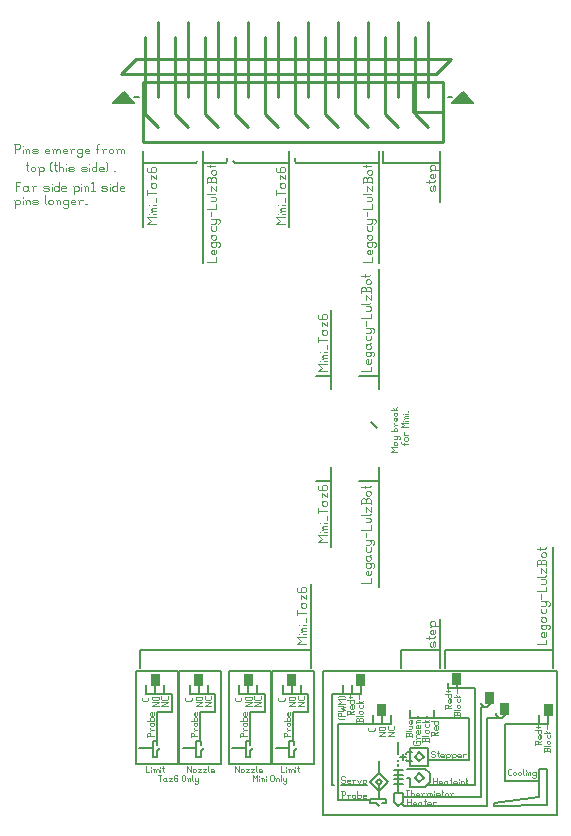
<source format=gbr>
G04 start of page 10 for group -4079 idx -4079 *
G04 Title: (unknown), topsilk *
G04 Creator: pcb 4.2.0 *
G04 CreationDate: Mon Sep 28 04:20:22 2020 UTC *
G04 For: commonadmin *
G04 Format: Gerber/RS-274X *
G04 PCB-Dimensions (mil): 2150.00 2800.00 *
G04 PCB-Coordinate-Origin: lower left *
%MOIN*%
%FSLAX25Y25*%
%LNTOPSILK*%
%ADD52C,0.0021*%
%ADD51C,0.0022*%
%ADD50C,0.0026*%
%ADD49C,0.0021*%
%ADD48C,0.0038*%
%ADD47C,0.0027*%
%ADD46C,0.0022*%
%ADD45C,0.0030*%
%ADD44C,0.0060*%
%ADD43C,0.0100*%
%ADD42C,0.0001*%
G54D42*G36*
X198500Y43500D02*Y47500D01*
X201500D01*
Y43500D01*
X198500D01*
G37*
G36*
X184000Y44000D02*Y48000D01*
X187000D01*
Y44000D01*
X184000D01*
G37*
G36*
X179000Y47500D02*Y51500D01*
X182000D01*
Y47500D01*
X179000D01*
G37*
G36*
X168000Y54000D02*Y58000D01*
X171000D01*
Y54000D01*
X168000D01*
G37*
G36*
X143000Y43500D02*Y47500D01*
X146000D01*
Y43500D01*
X143000D01*
G37*
G36*
X55000Y248000D02*X58500Y251500D01*
X62000Y248000D01*
X55000D01*
G37*
G36*
X168000D02*X171500Y251500D01*
X175000Y248000D01*
X168000D01*
G37*
G36*
X136000Y53500D02*Y57500D01*
X139000D01*
Y53500D01*
X136000D01*
G37*
G36*
X82000D02*Y57500D01*
X85000D01*
Y53500D01*
X82000D01*
G37*
G36*
X67500D02*Y57500D01*
X70500D01*
Y53500D01*
X67500D01*
G37*
G36*
X98500D02*Y57500D01*
X101500D01*
Y53500D01*
X98500D01*
G37*
G36*
X113000D02*Y57500D01*
X116000D01*
Y53500D01*
X113000D01*
G37*
G54D43*X90000Y240000D02*X85750Y244250D01*
X80000Y240000D02*X75750Y244250D01*
X90000Y250000D02*Y275000D01*
X85750Y244250D02*Y270000D01*
X80000Y250000D02*Y275000D01*
X75750Y244250D02*Y270000D01*
X70000Y250000D02*Y275000D01*
G54D44*X64000Y65500D02*Y59500D01*
G54D43*X70000Y240000D02*X65750Y244250D01*
G54D44*X65000Y228000D02*X82500D01*
X64000Y65500D02*X121000D01*
G54D43*X65750Y244250D02*Y270000D01*
X62500Y262500D02*X57500Y257500D01*
G54D44*X62000Y248000D02*X58500Y251500D01*
X63500Y250000D02*X62000D01*
X58500Y251500D02*X55000Y248000D01*
X62000D01*
X141000Y141500D02*X143000Y139500D01*
X143500Y86500D02*Y126500D01*
Y192500D02*Y152500D01*
X137000Y157000D02*X143500D01*
X122500D02*X127500D01*
Y100000D02*Y126500D01*
Y179000D02*Y152500D01*
X121000Y59500D02*Y87500D01*
X143500Y122000D02*X137000D01*
X127500D02*X122500D01*
X164000Y65500D02*X151000D01*
Y59500D01*
X164000D02*Y76000D01*
X201500Y100000D02*Y59500D01*
Y65500D02*X165500D01*
Y59500D01*
G54D43*X130000Y240000D02*X125750Y244250D01*
Y270000D01*
X120000Y250000D02*Y275000D01*
X115750Y244250D02*Y270000D01*
X110000Y250000D02*Y275000D01*
X120000Y240000D02*X115750Y244250D01*
X110000Y240000D02*X105750Y244250D01*
X100000Y240000D02*X95750Y244250D01*
G54D44*X115500Y229500D02*Y228500D01*
X116000Y228000D01*
X143500D01*
X113500D02*X95500D01*
G54D43*X145750Y244250D02*Y270000D01*
X140000Y250000D02*Y275000D01*
X135750Y244250D02*Y270000D01*
X130000Y250000D02*Y275000D01*
G54D44*X145000Y232000D02*Y228000D01*
G54D43*X160000Y250000D02*Y275000D01*
X155750Y244250D02*Y270000D01*
X150000Y250000D02*Y275000D01*
X167500Y262500D02*X162500Y257500D01*
G54D44*X175000Y248000D02*X171500Y251500D01*
X168000Y248000D01*
Y250000D02*X166500D01*
G54D43*X105750Y244250D02*Y270000D01*
X100000Y250000D02*Y275000D01*
X95750Y244250D02*Y270000D01*
X57500Y257500D02*X162500D01*
X167500Y262500D02*X62500D01*
X160000Y240000D02*X155750Y244250D01*
X150000Y240000D02*X145750Y244250D01*
X140000Y240000D02*X135750Y244250D01*
G54D44*X168000Y248000D02*X175000D01*
X145000Y228000D02*X164000D01*
Y232000D01*
Y215000D01*
X143500Y232000D02*Y194500D01*
X85000Y228000D02*X92500D01*
X93000Y228500D01*
Y229500D01*
X85000Y232000D02*Y194500D01*
X82500Y228000D02*X83000Y228500D01*
X65000Y232000D02*Y206500D01*
X95000Y228500D02*X95500Y228000D01*
X113500Y232000D02*Y206500D01*
G54D45*X137770Y158500D02*X140850D01*
Y160040D02*Y158500D01*
Y162504D02*Y161349D01*
X140465Y160964D02*X140850Y161349D01*
X139695Y160964D02*X140465D01*
X139695D02*X139310Y161349D01*
Y162119D02*Y161349D01*
Y162119D02*X139695Y162504D01*
X140080D02*Y160964D01*
X139695Y162504D02*X140080D01*
X139310Y164583D02*X139695Y164968D01*
X139310Y164583D02*Y163813D01*
X139695Y163428D02*X139310Y163813D01*
X139695Y163428D02*X140465D01*
X140850Y163813D01*
Y164583D02*Y163813D01*
Y164583D02*X140465Y164968D01*
X141620Y163428D02*X142005Y163813D01*
Y164583D02*Y163813D01*
Y164583D02*X141620Y164968D01*
X139310D02*X141620D01*
X139310Y167047D02*X139695Y167432D01*
X139310Y167047D02*Y166277D01*
X139695Y165892D02*X139310Y166277D01*
X139695Y165892D02*X140465D01*
X140850Y166277D01*
X139310Y167432D02*X140465D01*
X140850Y167817D01*
Y167047D02*Y166277D01*
Y167047D02*X140465Y167432D01*
X139310Y170281D02*Y169126D01*
X139695Y168741D02*X139310Y169126D01*
X139695Y168741D02*X140465D01*
X140850Y169126D01*
Y170281D02*Y169126D01*
X139310Y171205D02*X140465D01*
X140850Y171590D01*
X139310Y172745D02*X141620D01*
X142005Y172360D02*X141620Y172745D01*
X142005Y172360D02*Y171590D01*
X141620Y171205D02*X142005Y171590D01*
X140850Y172360D02*Y171590D01*
Y172360D02*X140465Y172745D01*
X139310Y175209D02*Y173669D01*
X137770Y176133D02*X140850D01*
Y177673D02*Y176133D01*
X139310Y178597D02*X140465D01*
X140850Y178982D01*
Y179752D02*Y178982D01*
Y179752D02*X140465Y180137D01*
X139310D02*X140465D01*
X137770Y181061D02*X140465D01*
X140850Y181446D01*
X139310Y183756D02*Y182216D01*
X140850D02*X139310Y183756D01*
X140850D02*Y182216D01*
Y186220D02*Y184680D01*
Y186220D02*X140465Y186605D01*
X139541D02*X140465D01*
X139156Y186220D02*X139541Y186605D01*
X139156Y186220D02*Y185065D01*
X137770D02*X140850D01*
X137770Y186220D02*Y184680D01*
Y186220D02*X138155Y186605D01*
X138771D01*
X139156Y186220D02*X138771Y186605D01*
X139695Y187529D02*X140465D01*
X139695D02*X139310Y187914D01*
Y188684D02*Y187914D01*
Y188684D02*X139695Y189069D01*
X140465D01*
X140850Y188684D02*X140465Y189069D01*
X140850Y188684D02*Y187914D01*
X140465Y187529D02*X140850Y187914D01*
X137770Y190378D02*X140465D01*
X140850Y190763D01*
X138925D02*Y189993D01*
X137770Y88000D02*X140850D01*
Y89540D02*Y88000D01*
Y92004D02*Y90849D01*
X140465Y90464D02*X140850Y90849D01*
X139695Y90464D02*X140465D01*
X139695D02*X139310Y90849D01*
Y91619D02*Y90849D01*
Y91619D02*X139695Y92004D01*
X140080D02*Y90464D01*
X139695Y92004D02*X140080D01*
X139310Y94083D02*X139695Y94468D01*
X139310Y94083D02*Y93313D01*
X139695Y92928D02*X139310Y93313D01*
X139695Y92928D02*X140465D01*
X140850Y93313D01*
Y94083D02*Y93313D01*
Y94083D02*X140465Y94468D01*
X141620Y92928D02*X142005Y93313D01*
Y94083D02*Y93313D01*
Y94083D02*X141620Y94468D01*
X139310D02*X141620D01*
X139310Y96547D02*X139695Y96932D01*
X139310Y96547D02*Y95777D01*
X139695Y95392D02*X139310Y95777D01*
X139695Y95392D02*X140465D01*
X140850Y95777D01*
X139310Y96932D02*X140465D01*
X140850Y97317D01*
Y96547D02*Y95777D01*
Y96547D02*X140465Y96932D01*
X139310Y99781D02*Y98626D01*
X139695Y98241D02*X139310Y98626D01*
X139695Y98241D02*X140465D01*
X140850Y98626D01*
Y99781D02*Y98626D01*
X139310Y100705D02*X140465D01*
X140850Y101090D01*
X139310Y102245D02*X141620D01*
X142005Y101860D02*X141620Y102245D01*
X142005Y101860D02*Y101090D01*
X141620Y100705D02*X142005Y101090D01*
X140850Y101860D02*Y101090D01*
Y101860D02*X140465Y102245D01*
X139310Y104709D02*Y103169D01*
X137770Y105633D02*X140850D01*
Y107173D02*Y105633D01*
X139310Y108097D02*X140465D01*
X140850Y108482D01*
Y109252D02*Y108482D01*
Y109252D02*X140465Y109637D01*
X139310D02*X140465D01*
X137770Y110561D02*X140465D01*
X140850Y110946D01*
X139310Y113256D02*Y111716D01*
X140850D02*X139310Y113256D01*
X140850D02*Y111716D01*
Y115720D02*Y114180D01*
Y115720D02*X140465Y116105D01*
X139541D02*X140465D01*
X139156Y115720D02*X139541Y116105D01*
X139156Y115720D02*Y114565D01*
X137770D02*X140850D01*
X137770Y115720D02*Y114180D01*
Y115720D02*X138155Y116105D01*
X138771D01*
X139156Y115720D02*X138771Y116105D01*
X139695Y117029D02*X140465D01*
X139695D02*X139310Y117414D01*
Y118184D02*Y117414D01*
Y118184D02*X139695Y118569D01*
X140465D01*
X140850Y118184D02*X140465Y118569D01*
X140850Y118184D02*Y117414D01*
X140465Y117029D02*X140850Y117414D01*
X137770Y119878D02*X140465D01*
X140850Y120263D01*
X138925D02*Y119493D01*
G54D46*X147540Y131500D02*X149700D01*
X147540D02*X148620Y132310D01*
X147540Y133120D01*
X149700D01*
X148620Y134578D02*X148890Y134848D01*
X148620Y134578D02*Y134038D01*
X148890Y133768D02*X148620Y134038D01*
X148890Y133768D02*X149430D01*
X149700Y134038D01*
X148620Y134848D02*X149430D01*
X149700Y135118D01*
Y134578D02*Y134038D01*
Y134578D02*X149430Y134848D01*
X148620Y135766D02*X149430D01*
X149700Y136036D01*
X148620Y136846D02*X150240D01*
X150510Y136576D02*X150240Y136846D01*
X150510Y136576D02*Y136036D01*
X150240Y135766D02*X150510Y136036D01*
X149700Y136576D02*Y136036D01*
Y136576D02*X149430Y136846D01*
X147540Y138466D02*X149700D01*
X149430D02*X149700Y138736D01*
Y139276D02*Y138736D01*
Y139276D02*X149430Y139546D01*
X148890D02*X149430D01*
X148620Y139276D02*X148890Y139546D01*
X148620Y139276D02*Y138736D01*
X148890Y138466D02*X148620Y138736D01*
X148890Y140464D02*X149700D01*
X148890D02*X148620Y140734D01*
Y141274D02*Y140734D01*
Y140194D02*X148890Y140464D01*
X149700Y143002D02*Y142192D01*
X149430Y141922D02*X149700Y142192D01*
X148890Y141922D02*X149430D01*
X148890D02*X148620Y142192D01*
Y142732D02*Y142192D01*
Y142732D02*X148890Y143002D01*
X149160D02*Y141922D01*
X148890Y143002D02*X149160D01*
X148620Y144460D02*X148890Y144730D01*
X148620Y144460D02*Y143920D01*
X148890Y143650D02*X148620Y143920D01*
X148890Y143650D02*X149430D01*
X149700Y143920D01*
X148620Y144730D02*X149430D01*
X149700Y145000D01*
Y144460D02*Y143920D01*
Y144460D02*X149430Y144730D01*
X147540Y145648D02*X149700D01*
X148890D02*X149700Y146458D01*
X148890Y145648D02*X148350Y146188D01*
X151310Y134270D02*X153200D01*
X151310D02*X151040Y134540D01*
Y134810D02*Y134540D01*
X152120D02*Y134000D01*
X152390Y135350D02*X152930D01*
X152390D02*X152120Y135620D01*
Y136160D02*Y135620D01*
Y136160D02*X152390Y136430D01*
X152930D01*
X153200Y136160D02*X152930Y136430D01*
X153200Y136160D02*Y135620D01*
X152930Y135350D02*X153200Y135620D01*
X152390Y137348D02*X153200D01*
X152390D02*X152120Y137618D01*
Y138158D02*Y137618D01*
Y137078D02*X152390Y137348D01*
X151040Y139778D02*X153200D01*
X151040D02*X152120Y140588D01*
X151040Y141398D01*
X153200D01*
G54D47*X151580Y142046D02*X151634D01*
G54D46*X152390D02*X153200D01*
X152390Y142856D02*X153200D01*
X152390D02*X152120Y143126D01*
Y143396D02*Y143126D01*
Y143396D02*X152390Y143666D01*
X153200D01*
X152120Y142586D02*X152390Y142856D01*
G54D47*X151580Y144314D02*X151634D01*
G54D46*X152390D02*X153200D01*
Y145124D02*Y144854D01*
G54D45*X123270Y101500D02*X126350D01*
X123270D02*X124810Y102655D01*
X123270Y103810D01*
X126350D01*
G54D48*X124040Y104734D02*X124117D01*
G54D45*X125195D02*X126350D01*
X125195Y105889D02*X126350D01*
X125195D02*X124810Y106274D01*
Y106659D02*Y106274D01*
Y106659D02*X125195Y107044D01*
X126350D01*
X124810Y105504D02*X125195Y105889D01*
G54D48*X124040Y107968D02*X124117D01*
G54D45*X125195D02*X126350D01*
Y110278D02*Y108738D01*
X123270Y112742D02*Y111202D01*
Y111972D02*X126350D01*
X124810Y114821D02*X125195Y115206D01*
X124810Y114821D02*Y114051D01*
X125195Y113666D02*X124810Y114051D01*
X125195Y113666D02*X125965D01*
X126350Y114051D01*
X124810Y115206D02*X125965D01*
X126350Y115591D01*
Y114821D02*Y114051D01*
Y114821D02*X125965Y115206D01*
X124810Y118055D02*Y116515D01*
X126350D02*X124810Y118055D01*
X126350D02*Y116515D01*
X123270Y120134D02*X123655Y120519D01*
X123270Y120134D02*Y119364D01*
X123655Y118979D02*X123270Y119364D01*
X123655Y118979D02*X125965D01*
X126350Y119364D01*
X124656Y120134D02*X125041Y120519D01*
X124656Y120134D02*Y118979D01*
X126350Y120134D02*Y119364D01*
Y120134D02*X125965Y120519D01*
X125041D02*X125965D01*
G54D49*X101500Y23970D02*Y21850D01*
Y23970D02*X102295Y22910D01*
X103090Y23970D01*
Y21850D01*
G54D50*X103726Y23440D02*Y23387D01*
G54D49*Y22645D02*Y21850D01*
X104521Y22645D02*Y21850D01*
Y22645D02*X104786Y22910D01*
X105051D01*
X105316Y22645D01*
Y21850D01*
X104256Y22910D02*X104521Y22645D01*
G54D50*X105952Y23440D02*Y23387D01*
G54D49*Y22645D02*Y21850D01*
X107436Y23705D02*Y22115D01*
Y23705D02*X107701Y23970D01*
X108231D01*
X108496Y23705D01*
Y22115D01*
X108231Y21850D02*X108496Y22115D01*
X107701Y21850D02*X108231D01*
X107436Y22115D02*X107701Y21850D01*
X109397Y22645D02*Y21850D01*
Y22645D02*X109662Y22910D01*
X109927D01*
X110192Y22645D01*
Y21850D01*
X109132Y22910D02*X109397Y22645D01*
X110828Y23970D02*Y22115D01*
X111093Y21850D01*
X111623Y22910D02*Y22115D01*
X111888Y21850D01*
X112683Y22910D02*Y21320D01*
X112418Y21055D02*X112683Y21320D01*
X111888Y21055D02*X112418D01*
X111623Y21320D02*X111888Y21055D01*
Y21850D02*X112418D01*
X112683Y22115D01*
G54D46*X111000Y26960D02*Y24800D01*
X112080D01*
G54D47*X112728Y26420D02*Y26366D01*
G54D46*Y25610D02*Y24800D01*
X113538Y25610D02*Y24800D01*
Y25610D02*X113808Y25880D01*
X114078D01*
X114348Y25610D01*
Y24800D01*
Y25610D02*X114618Y25880D01*
X114888D01*
X115158Y25610D01*
Y24800D01*
X113268Y25880D02*X113538Y25610D01*
G54D47*X115806Y26420D02*Y26366D01*
G54D46*Y25610D02*Y24800D01*
X116616Y26960D02*Y25070D01*
X116886Y24800D01*
X116346Y26150D02*X116886D01*
X95500Y26960D02*Y24800D01*
Y26960D02*X96850Y24800D01*
Y26960D02*Y24800D01*
X97498Y25610D02*Y25070D01*
Y25610D02*X97768Y25880D01*
X98308D01*
X98578Y25610D01*
Y25070D01*
X98308Y24800D02*X98578Y25070D01*
X97768Y24800D02*X98308D01*
X97498Y25070D02*X97768Y24800D01*
X99226Y25880D02*X100306D01*
X99226Y24800D02*X100306Y25880D01*
X99226Y24800D02*X100306D01*
X100954Y25880D02*X102034D01*
X100954Y24800D02*X102034Y25880D01*
X100954Y24800D02*X102034D01*
X102682Y26960D02*Y25070D01*
X102952Y24800D01*
X103762D02*X104572D01*
X103492Y25070D02*X103762Y24800D01*
X103492Y25610D02*Y25070D01*
Y25610D02*X103762Y25880D01*
X104302D01*
X104572Y25610D01*
X103492Y25340D02*X104572D01*
Y25610D02*Y25340D01*
G54D49*X70000Y23970D02*X71060D01*
X70530D02*Y21850D01*
X72491Y22910D02*X72756Y22645D01*
X71961Y22910D02*X72491D01*
X71696Y22645D02*X71961Y22910D01*
X71696Y22645D02*Y22115D01*
X71961Y21850D01*
X72756Y22910D02*Y22115D01*
X73021Y21850D01*
X71961D02*X72491D01*
X72756Y22115D01*
X73657Y22910D02*X74717D01*
X73657Y21850D02*X74717Y22910D01*
X73657Y21850D02*X74717D01*
X76148Y23970D02*X76413Y23705D01*
X75618Y23970D02*X76148D01*
X75353Y23705D02*X75618Y23970D01*
X75353Y23705D02*Y22115D01*
X75618Y21850D01*
X76148Y23016D02*X76413Y22751D01*
X75353Y23016D02*X76148D01*
X75618Y21850D02*X76148D01*
X76413Y22115D01*
Y22751D02*Y22115D01*
X78003Y23705D02*Y22115D01*
Y23705D02*X78268Y23970D01*
X78798D01*
X79063Y23705D01*
Y22115D01*
X78798Y21850D02*X79063Y22115D01*
X78268Y21850D02*X78798D01*
X78003Y22115D02*X78268Y21850D01*
X79964Y22645D02*Y21850D01*
Y22645D02*X80229Y22910D01*
X80494D01*
X80759Y22645D01*
Y21850D01*
X79699Y22910D02*X79964Y22645D01*
X81395Y23970D02*Y22115D01*
X81660Y21850D01*
X82190Y22910D02*Y22115D01*
X82455Y21850D01*
X83250Y22910D02*Y21320D01*
X82985Y21055D02*X83250Y21320D01*
X82455Y21055D02*X82985D01*
X82190Y21320D02*X82455Y21055D01*
Y21850D02*X82985D01*
X83250Y22115D01*
G54D46*X66000Y26960D02*Y24800D01*
X67080D01*
G54D47*X67728Y26420D02*Y26366D01*
G54D46*Y25610D02*Y24800D01*
X68538Y25610D02*Y24800D01*
Y25610D02*X68808Y25880D01*
X69078D01*
X69348Y25610D01*
Y24800D01*
Y25610D02*X69618Y25880D01*
X69888D01*
X70158Y25610D01*
Y24800D01*
X68268Y25880D02*X68538Y25610D01*
G54D47*X70806Y26420D02*Y26366D01*
G54D46*Y25610D02*Y24800D01*
X71616Y26960D02*Y25070D01*
X71886Y24800D01*
X71346Y26150D02*X71886D01*
X79500Y26960D02*Y24800D01*
Y26960D02*X80850Y24800D01*
Y26960D02*Y24800D01*
X81498Y25610D02*Y25070D01*
Y25610D02*X81768Y25880D01*
X82308D01*
X82578Y25610D01*
Y25070D01*
X82308Y24800D02*X82578Y25070D01*
X81768Y24800D02*X82308D01*
X81498Y25070D02*X81768Y24800D01*
X83226Y25880D02*X84306D01*
X83226Y24800D02*X84306Y25880D01*
X83226Y24800D02*X84306D01*
X84954Y25880D02*X86034D01*
X84954Y24800D02*X86034Y25880D01*
X84954Y24800D02*X86034D01*
X86682Y26960D02*Y25070D01*
X86952Y24800D01*
X87762D02*X88572D01*
X87492Y25070D02*X87762Y24800D01*
X87492Y25610D02*Y25070D01*
Y25610D02*X87762Y25880D01*
X88302D01*
X88572Y25610D01*
X87492Y25340D02*X88572D01*
Y25610D02*Y25340D01*
G54D45*X116270Y67500D02*X119350D01*
X116270D02*X117810Y68655D01*
X116270Y69810D01*
X119350D01*
G54D48*X117040Y70734D02*X117117D01*
G54D45*X118195D02*X119350D01*
X118195Y71889D02*X119350D01*
X118195D02*X117810Y72274D01*
Y72659D02*Y72274D01*
Y72659D02*X118195Y73044D01*
X119350D01*
X117810Y71504D02*X118195Y71889D01*
G54D48*X117040Y73968D02*X117117D01*
G54D45*X118195D02*X119350D01*
Y76278D02*Y74738D01*
X116270Y78742D02*Y77202D01*
Y77972D02*X119350D01*
X117810Y80821D02*X118195Y81206D01*
X117810Y80821D02*Y80051D01*
X118195Y79666D02*X117810Y80051D01*
X118195Y79666D02*X118965D01*
X119350Y80051D01*
X117810Y81206D02*X118965D01*
X119350Y81591D01*
Y80821D02*Y80051D01*
Y80821D02*X118965Y81206D01*
X117810Y84055D02*Y82515D01*
X119350D02*X117810Y84055D01*
X119350D02*Y82515D01*
X116270Y86134D02*X116655Y86519D01*
X116270Y86134D02*Y85364D01*
X116655Y84979D02*X116270Y85364D01*
X116655Y84979D02*X118965D01*
X119350Y85364D01*
X117656Y86134D02*X118041Y86519D01*
X117656Y86134D02*Y84979D01*
X119350Y86134D02*Y85364D01*
Y86134D02*X118965Y86519D01*
X118041D02*X118965D01*
X162300Y68020D02*Y66880D01*
Y68020D02*X161920Y68400D01*
X161540Y68020D02*X161920Y68400D01*
X161540Y68020D02*Y66880D01*
X161160Y66500D02*X161540Y66880D01*
X161160Y66500D02*X160780Y66880D01*
Y68020D02*Y66880D01*
Y68020D02*X161160Y68400D01*
X161920Y66500D02*X162300Y66880D01*
X159260Y69692D02*X161920D01*
X162300Y70072D01*
X160400D02*Y69312D01*
X162300Y72352D02*Y71212D01*
X161920Y70832D02*X162300Y71212D01*
X161160Y70832D02*X161920D01*
X161160D02*X160780Y71212D01*
Y71972D02*Y71212D01*
Y71972D02*X161160Y72352D01*
X161540D02*Y70832D01*
X161160Y72352D02*X161540D01*
X161160Y73644D02*X163440D01*
X160780Y73264D02*X161160Y73644D01*
X160780Y74024D01*
Y74784D02*Y74024D01*
Y74784D02*X161160Y75164D01*
X161920D01*
X162300Y74784D02*X161920Y75164D01*
X162300Y74784D02*Y74024D01*
X161920Y73644D02*X162300Y74024D01*
X196270Y67500D02*X199350D01*
Y69040D02*Y67500D01*
Y71504D02*Y70349D01*
X198965Y69964D02*X199350Y70349D01*
X198195Y69964D02*X198965D01*
X198195D02*X197810Y70349D01*
Y71119D02*Y70349D01*
Y71119D02*X198195Y71504D01*
X198580D02*Y69964D01*
X198195Y71504D02*X198580D01*
X197810Y73583D02*X198195Y73968D01*
X197810Y73583D02*Y72813D01*
X198195Y72428D02*X197810Y72813D01*
X198195Y72428D02*X198965D01*
X199350Y72813D01*
Y73583D02*Y72813D01*
Y73583D02*X198965Y73968D01*
X200120Y72428D02*X200505Y72813D01*
Y73583D02*Y72813D01*
Y73583D02*X200120Y73968D01*
X197810D02*X200120D01*
X197810Y76047D02*X198195Y76432D01*
X197810Y76047D02*Y75277D01*
X198195Y74892D02*X197810Y75277D01*
X198195Y74892D02*X198965D01*
X199350Y75277D01*
X197810Y76432D02*X198965D01*
X199350Y76817D01*
Y76047D02*Y75277D01*
Y76047D02*X198965Y76432D01*
X197810Y79281D02*Y78126D01*
X198195Y77741D02*X197810Y78126D01*
X198195Y77741D02*X198965D01*
X199350Y78126D01*
Y79281D02*Y78126D01*
X197810Y80205D02*X198965D01*
X199350Y80590D01*
X197810Y81745D02*X200120D01*
X200505Y81360D02*X200120Y81745D01*
X200505Y81360D02*Y80590D01*
X200120Y80205D02*X200505Y80590D01*
X199350Y81360D02*Y80590D01*
Y81360D02*X198965Y81745D01*
X197810Y84209D02*Y82669D01*
X196270Y85133D02*X199350D01*
Y86673D02*Y85133D01*
X197810Y87597D02*X198965D01*
X199350Y87982D01*
Y88752D02*Y87982D01*
Y88752D02*X198965Y89137D01*
X197810D02*X198965D01*
X196270Y90061D02*X198965D01*
X199350Y90446D01*
X197810Y92756D02*Y91216D01*
X199350D02*X197810Y92756D01*
X199350D02*Y91216D01*
Y95220D02*Y93680D01*
Y95220D02*X198965Y95605D01*
X198041D02*X198965D01*
X197656Y95220D02*X198041Y95605D01*
X197656Y95220D02*Y94065D01*
X196270D02*X199350D01*
X196270Y95220D02*Y93680D01*
Y95220D02*X196655Y95605D01*
X197271D01*
X197656Y95220D02*X197271Y95605D01*
X198195Y96529D02*X198965D01*
X198195D02*X197810Y96914D01*
Y97684D02*Y96914D01*
Y97684D02*X198195Y98069D01*
X198965D01*
X199350Y97684D02*X198965Y98069D01*
X199350Y97684D02*Y96914D01*
X198965Y96529D02*X199350Y96914D01*
X196270Y99378D02*X198965D01*
X199350Y99763D01*
X197425D02*Y98993D01*
X86270Y195000D02*X89350D01*
Y196540D02*Y195000D01*
Y199004D02*Y197849D01*
X88965Y197464D02*X89350Y197849D01*
X88195Y197464D02*X88965D01*
X88195D02*X87810Y197849D01*
Y198619D02*Y197849D01*
Y198619D02*X88195Y199004D01*
X88580D02*Y197464D01*
X88195Y199004D02*X88580D01*
X87810Y201083D02*X88195Y201468D01*
X87810Y201083D02*Y200313D01*
X88195Y199928D02*X87810Y200313D01*
X88195Y199928D02*X88965D01*
X89350Y200313D01*
Y201083D02*Y200313D01*
Y201083D02*X88965Y201468D01*
X90120Y199928D02*X90505Y200313D01*
Y201083D02*Y200313D01*
Y201083D02*X90120Y201468D01*
X87810D02*X90120D01*
X87810Y203547D02*X88195Y203932D01*
X87810Y203547D02*Y202777D01*
X88195Y202392D02*X87810Y202777D01*
X88195Y202392D02*X88965D01*
X89350Y202777D01*
X87810Y203932D02*X88965D01*
X89350Y204317D01*
Y203547D02*Y202777D01*
Y203547D02*X88965Y203932D01*
X87810Y206781D02*Y205626D01*
X88195Y205241D02*X87810Y205626D01*
X88195Y205241D02*X88965D01*
X89350Y205626D01*
Y206781D02*Y205626D01*
X87810Y207705D02*X88965D01*
X89350Y208090D01*
X87810Y209245D02*X90120D01*
X90505Y208860D02*X90120Y209245D01*
X90505Y208860D02*Y208090D01*
X90120Y207705D02*X90505Y208090D01*
X89350Y208860D02*Y208090D01*
Y208860D02*X88965Y209245D01*
X87810Y211709D02*Y210169D01*
X86270Y212633D02*X89350D01*
Y214173D02*Y212633D01*
X87810Y215097D02*X88965D01*
X89350Y215482D01*
Y216252D02*Y215482D01*
Y216252D02*X88965Y216637D01*
X87810D02*X88965D01*
X86270Y217561D02*X88965D01*
X89350Y217946D01*
X87810Y220256D02*Y218716D01*
X89350D02*X87810Y220256D01*
X89350D02*Y218716D01*
Y222720D02*Y221180D01*
Y222720D02*X88965Y223105D01*
X88041D02*X88965D01*
X87656Y222720D02*X88041Y223105D01*
X87656Y222720D02*Y221565D01*
X86270D02*X89350D01*
X86270Y222720D02*Y221180D01*
Y222720D02*X86655Y223105D01*
X87271D01*
X87656Y222720D02*X87271Y223105D01*
X88195Y224029D02*X88965D01*
X88195D02*X87810Y224414D01*
Y225184D02*Y224414D01*
Y225184D02*X88195Y225569D01*
X88965D01*
X89350Y225184D02*X88965Y225569D01*
X89350Y225184D02*Y224414D01*
X88965Y224029D02*X89350Y224414D01*
X86270Y226878D02*X88965D01*
X89350Y227263D01*
X87425D02*Y226493D01*
X66270Y207500D02*X69350D01*
X66270D02*X67810Y208655D01*
X66270Y209810D01*
X69350D01*
G54D48*X67040Y210734D02*X67117D01*
G54D45*X68195D02*X69350D01*
X68195Y211889D02*X69350D01*
X68195D02*X67810Y212274D01*
Y212659D02*Y212274D01*
Y212659D02*X68195Y213044D01*
X69350D01*
X67810Y211504D02*X68195Y211889D01*
G54D48*X67040Y213968D02*X67117D01*
G54D45*X68195D02*X69350D01*
Y216278D02*Y214738D01*
X66270Y218742D02*Y217202D01*
Y217972D02*X69350D01*
X67810Y220821D02*X68195Y221206D01*
X67810Y220821D02*Y220051D01*
X68195Y219666D02*X67810Y220051D01*
X68195Y219666D02*X68965D01*
X69350Y220051D01*
X67810Y221206D02*X68965D01*
X69350Y221591D01*
Y220821D02*Y220051D01*
Y220821D02*X68965Y221206D01*
X67810Y224055D02*Y222515D01*
X69350D02*X67810Y224055D01*
X69350D02*Y222515D01*
X66270Y226134D02*X66655Y226519D01*
X66270Y226134D02*Y225364D01*
X66655Y224979D02*X66270Y225364D01*
X66655Y224979D02*X68965D01*
X69350Y225364D01*
X67656Y226134D02*X68041Y226519D01*
X67656Y226134D02*Y224979D01*
X69350Y226134D02*Y225364D01*
Y226134D02*X68965Y226519D01*
X68041D02*X68965D01*
X22380Y234240D02*Y231200D01*
X22000Y234240D02*X23520D01*
X23900Y233860D01*
Y233100D01*
X23520Y232720D02*X23900Y233100D01*
X22380Y232720D02*X23520D01*
G54D48*X24812Y233480D02*Y233404D01*
G54D45*Y232340D02*Y231200D01*
X25952Y232340D02*Y231200D01*
Y232340D02*X26332Y232720D01*
X26712D01*
X27092Y232340D01*
Y231200D01*
X25572Y232720D02*X25952Y232340D01*
X28384Y231200D02*X29524D01*
X29904Y231580D01*
X29524Y231960D02*X29904Y231580D01*
X28384Y231960D02*X29524D01*
X28004Y232340D02*X28384Y231960D01*
X28004Y232340D02*X28384Y232720D01*
X29524D01*
X29904Y232340D01*
X28004Y231580D02*X28384Y231200D01*
X32564D02*X33704D01*
X32184Y231580D02*X32564Y231200D01*
X32184Y232340D02*Y231580D01*
Y232340D02*X32564Y232720D01*
X33324D01*
X33704Y232340D01*
X32184Y231960D02*X33704D01*
Y232340D02*Y231960D01*
X34996Y232340D02*Y231200D01*
Y232340D02*X35376Y232720D01*
X35756D01*
X36136Y232340D01*
Y231200D01*
Y232340D02*X36516Y232720D01*
X36896D01*
X37276Y232340D01*
Y231200D01*
X34616Y232720D02*X34996Y232340D01*
X38568Y231200D02*X39708D01*
X38188Y231580D02*X38568Y231200D01*
X38188Y232340D02*Y231580D01*
Y232340D02*X38568Y232720D01*
X39328D01*
X39708Y232340D01*
X38188Y231960D02*X39708D01*
Y232340D02*Y231960D01*
X41000Y232340D02*Y231200D01*
Y232340D02*X41380Y232720D01*
X42140D01*
X40620D02*X41000Y232340D01*
X44192Y232720D02*X44572Y232340D01*
X43432Y232720D02*X44192D01*
X43052Y232340D02*X43432Y232720D01*
X43052Y232340D02*Y231580D01*
X43432Y231200D01*
X44192D01*
X44572Y231580D01*
X43052Y230440D02*X43432Y230060D01*
X44192D01*
X44572Y230440D01*
Y232720D02*Y230440D01*
X45864Y231200D02*X47004D01*
X45484Y231580D02*X45864Y231200D01*
X45484Y232340D02*Y231580D01*
Y232340D02*X45864Y232720D01*
X46624D01*
X47004Y232340D01*
X45484Y231960D02*X47004D01*
Y232340D02*Y231960D01*
X49664Y233860D02*Y231200D01*
Y233860D02*X50044Y234240D01*
X50424D01*
X49284Y232720D02*X50044D01*
X51564Y232340D02*Y231200D01*
Y232340D02*X51944Y232720D01*
X52704D01*
X51184D02*X51564Y232340D01*
X53616D02*Y231580D01*
Y232340D02*X53996Y232720D01*
X54756D01*
X55136Y232340D01*
Y231580D01*
X54756Y231200D02*X55136Y231580D01*
X53996Y231200D02*X54756D01*
X53616Y231580D02*X53996Y231200D01*
X56428Y232340D02*Y231200D01*
Y232340D02*X56808Y232720D01*
X57188D01*
X57568Y232340D01*
Y231200D01*
Y232340D02*X57948Y232720D01*
X58328D01*
X58708Y232340D01*
Y231200D01*
X56048Y232720D02*X56428Y232340D01*
X26380Y228240D02*Y225580D01*
X26760Y225200D01*
X26000Y227100D02*X26760D01*
X27520Y226340D02*Y225580D01*
Y226340D02*X27900Y226720D01*
X28660D01*
X29040Y226340D01*
Y225580D01*
X28660Y225200D02*X29040Y225580D01*
X27900Y225200D02*X28660D01*
X27520Y225580D02*X27900Y225200D01*
X30332Y226340D02*Y224060D01*
X29952Y226720D02*X30332Y226340D01*
X30712Y226720D01*
X31472D01*
X31852Y226340D01*
Y225580D01*
X31472Y225200D02*X31852Y225580D01*
X30712Y225200D02*X31472D01*
X30332Y225580D02*X30712Y225200D01*
X34132Y225580D02*X34512Y225200D01*
X34132Y227860D02*X34512Y228240D01*
X34132Y227860D02*Y225580D01*
X35804Y228240D02*Y225580D01*
X36184Y225200D01*
X35424Y227100D02*X36184D01*
X36944Y228240D02*Y225200D01*
Y226340D02*X37324Y226720D01*
X38084D01*
X38464Y226340D01*
Y225200D01*
G54D48*X39376Y227480D02*Y227404D01*
G54D45*Y226340D02*Y225200D01*
X40516D02*X41656D01*
X42036Y225580D01*
X41656Y225960D02*X42036Y225580D01*
X40516Y225960D02*X41656D01*
X40136Y226340D02*X40516Y225960D01*
X40136Y226340D02*X40516Y226720D01*
X41656D01*
X42036Y226340D01*
X40136Y225580D02*X40516Y225200D01*
X44696D02*X45836D01*
X46216Y225580D01*
X45836Y225960D02*X46216Y225580D01*
X44696Y225960D02*X45836D01*
X44316Y226340D02*X44696Y225960D01*
X44316Y226340D02*X44696Y226720D01*
X45836D01*
X46216Y226340D01*
X44316Y225580D02*X44696Y225200D01*
G54D48*X47128Y227480D02*Y227404D01*
G54D45*Y226340D02*Y225200D01*
X49408Y228240D02*Y225200D01*
X49028D02*X49408Y225580D01*
X48268Y225200D02*X49028D01*
X47888Y225580D02*X48268Y225200D01*
X47888Y226340D02*Y225580D01*
Y226340D02*X48268Y226720D01*
X49028D01*
X49408Y226340D01*
X50700Y225200D02*X51840D01*
X50320Y225580D02*X50700Y225200D01*
X50320Y226340D02*Y225580D01*
Y226340D02*X50700Y226720D01*
X51460D01*
X51840Y226340D01*
X50320Y225960D02*X51840D01*
Y226340D02*Y225960D01*
X52752Y228240D02*X53132Y227860D01*
Y225580D01*
X52752Y225200D02*X53132Y225580D01*
X55412Y225200D02*X55792D01*
X22385Y215305D02*Y212995D01*
X22000Y215690D02*X22385Y215305D01*
X22770Y215690D01*
X23540D01*
X23925Y215305D01*
Y214535D01*
X23540Y214150D02*X23925Y214535D01*
X22770Y214150D02*X23540D01*
X22385Y214535D02*X22770Y214150D01*
G54D48*X24849Y216460D02*Y216383D01*
G54D45*Y215305D02*Y214150D01*
X26004Y215305D02*Y214150D01*
Y215305D02*X26389Y215690D01*
X26774D01*
X27159Y215305D01*
Y214150D01*
X25619Y215690D02*X26004Y215305D01*
X28468Y214150D02*X29623D01*
X30008Y214535D01*
X29623Y214920D02*X30008Y214535D01*
X28468Y214920D02*X29623D01*
X28083Y215305D02*X28468Y214920D01*
X28083Y215305D02*X28468Y215690D01*
X29623D01*
X30008Y215305D01*
X28083Y214535D02*X28468Y214150D01*
X32318Y217230D02*Y214535D01*
X32703Y214150D01*
X33473Y215305D02*Y214535D01*
Y215305D02*X33858Y215690D01*
X34628D01*
X35013Y215305D01*
Y214535D01*
X34628Y214150D02*X35013Y214535D01*
X33858Y214150D02*X34628D01*
X33473Y214535D02*X33858Y214150D01*
X36322Y215305D02*Y214150D01*
Y215305D02*X36707Y215690D01*
X37092D01*
X37477Y215305D01*
Y214150D01*
X35937Y215690D02*X36322Y215305D01*
X39556Y215690D02*X39941Y215305D01*
X38786Y215690D02*X39556D01*
X38401Y215305D02*X38786Y215690D01*
X38401Y215305D02*Y214535D01*
X38786Y214150D01*
X39556D01*
X39941Y214535D01*
X38401Y213380D02*X38786Y212995D01*
X39556D01*
X39941Y213380D01*
Y215690D02*Y213380D01*
X41250Y214150D02*X42405D01*
X40865Y214535D02*X41250Y214150D01*
X40865Y215305D02*Y214535D01*
Y215305D02*X41250Y215690D01*
X42020D01*
X42405Y215305D01*
X40865Y214920D02*X42405D01*
Y215305D02*Y214920D01*
X43714Y215305D02*Y214150D01*
Y215305D02*X44099Y215690D01*
X44869D01*
X43329D02*X43714Y215305D01*
X45793Y214150D02*X46178D01*
X22500Y221730D02*Y218650D01*
Y221730D02*X24040D01*
X22500Y220344D02*X23655D01*
X26119Y220190D02*X26504Y219805D01*
X25349Y220190D02*X26119D01*
X24964Y219805D02*X25349Y220190D01*
X24964Y219805D02*Y219035D01*
X25349Y218650D01*
X26504Y220190D02*Y219035D01*
X26889Y218650D01*
X25349D02*X26119D01*
X26504Y219035D01*
X28198Y219805D02*Y218650D01*
Y219805D02*X28583Y220190D01*
X29353D01*
X27813D02*X28198Y219805D01*
X32048Y218650D02*X33203D01*
X33588Y219035D01*
X33203Y219420D02*X33588Y219035D01*
X32048Y219420D02*X33203D01*
X31663Y219805D02*X32048Y219420D01*
X31663Y219805D02*X32048Y220190D01*
X33203D01*
X33588Y219805D01*
X31663Y219035D02*X32048Y218650D01*
G54D48*X34512Y220960D02*Y220883D01*
G54D45*Y219805D02*Y218650D01*
X36822Y221730D02*Y218650D01*
X36437D02*X36822Y219035D01*
X35667Y218650D02*X36437D01*
X35282Y219035D02*X35667Y218650D01*
X35282Y219805D02*Y219035D01*
Y219805D02*X35667Y220190D01*
X36437D01*
X36822Y219805D01*
X38131Y218650D02*X39286D01*
X37746Y219035D02*X38131Y218650D01*
X37746Y219805D02*Y219035D01*
Y219805D02*X38131Y220190D01*
X38901D01*
X39286Y219805D01*
X37746Y219420D02*X39286D01*
Y219805D02*Y219420D01*
X41981Y219805D02*Y217495D01*
X41596Y220190D02*X41981Y219805D01*
X42366Y220190D01*
X43136D01*
X43521Y219805D01*
Y219035D01*
X43136Y218650D02*X43521Y219035D01*
X42366Y218650D02*X43136D01*
X41981Y219035D02*X42366Y218650D01*
G54D48*X44445Y220960D02*Y220883D01*
G54D45*Y219805D02*Y218650D01*
X45600Y219805D02*Y218650D01*
Y219805D02*X45985Y220190D01*
X46370D01*
X46755Y219805D01*
Y218650D01*
X45215Y220190D02*X45600Y219805D01*
X47679Y221114D02*X48295Y221730D01*
Y218650D01*
X47679D02*X48834D01*
X51529D02*X52684D01*
X53069Y219035D01*
X52684Y219420D02*X53069Y219035D01*
X51529Y219420D02*X52684D01*
X51144Y219805D02*X51529Y219420D01*
X51144Y219805D02*X51529Y220190D01*
X52684D01*
X53069Y219805D01*
X51144Y219035D02*X51529Y218650D01*
G54D48*X53993Y220960D02*Y220883D01*
G54D45*Y219805D02*Y218650D01*
X56303Y221730D02*Y218650D01*
X55918D02*X56303Y219035D01*
X55148Y218650D02*X55918D01*
X54763Y219035D02*X55148Y218650D01*
X54763Y219805D02*Y219035D01*
Y219805D02*X55148Y220190D01*
X55918D01*
X56303Y219805D01*
X57612Y218650D02*X58767D01*
X57227Y219035D02*X57612Y218650D01*
X57227Y219805D02*Y219035D01*
Y219805D02*X57612Y220190D01*
X58382D01*
X58767Y219805D01*
X57227Y219420D02*X58767D01*
Y219805D02*Y219420D01*
X162300Y220020D02*Y218880D01*
Y220020D02*X161920Y220400D01*
X161540Y220020D02*X161920Y220400D01*
X161540Y220020D02*Y218880D01*
X161160Y218500D02*X161540Y218880D01*
X161160Y218500D02*X160780Y218880D01*
Y220020D02*Y218880D01*
Y220020D02*X161160Y220400D01*
X161920Y218500D02*X162300Y218880D01*
X159260Y221692D02*X161920D01*
X162300Y222072D01*
X160400D02*Y221312D01*
X162300Y224352D02*Y223212D01*
X161920Y222832D02*X162300Y223212D01*
X161160Y222832D02*X161920D01*
X161160D02*X160780Y223212D01*
Y223972D02*Y223212D01*
Y223972D02*X161160Y224352D01*
X161540D02*Y222832D01*
X161160Y224352D02*X161540D01*
X161160Y225644D02*X163440D01*
X160780Y225264D02*X161160Y225644D01*
X160780Y226024D01*
Y226784D02*Y226024D01*
Y226784D02*X161160Y227164D01*
X161920D01*
X162300Y226784D02*X161920Y227164D01*
X162300Y226784D02*Y226024D01*
X161920Y225644D02*X162300Y226024D01*
X138270Y195000D02*X141350D01*
Y196540D02*Y195000D01*
Y199004D02*Y197849D01*
X140965Y197464D02*X141350Y197849D01*
X140195Y197464D02*X140965D01*
X140195D02*X139810Y197849D01*
Y198619D02*Y197849D01*
Y198619D02*X140195Y199004D01*
X140580D02*Y197464D01*
X140195Y199004D02*X140580D01*
X139810Y201083D02*X140195Y201468D01*
X139810Y201083D02*Y200313D01*
X140195Y199928D02*X139810Y200313D01*
X140195Y199928D02*X140965D01*
X141350Y200313D01*
Y201083D02*Y200313D01*
Y201083D02*X140965Y201468D01*
X142120Y199928D02*X142505Y200313D01*
Y201083D02*Y200313D01*
Y201083D02*X142120Y201468D01*
X139810D02*X142120D01*
X139810Y203547D02*X140195Y203932D01*
X139810Y203547D02*Y202777D01*
X140195Y202392D02*X139810Y202777D01*
X140195Y202392D02*X140965D01*
X141350Y202777D01*
X139810Y203932D02*X140965D01*
X141350Y204317D01*
Y203547D02*Y202777D01*
Y203547D02*X140965Y203932D01*
X139810Y206781D02*Y205626D01*
X140195Y205241D02*X139810Y205626D01*
X140195Y205241D02*X140965D01*
X141350Y205626D01*
Y206781D02*Y205626D01*
X139810Y207705D02*X140965D01*
X141350Y208090D01*
X139810Y209245D02*X142120D01*
X142505Y208860D02*X142120Y209245D01*
X142505Y208860D02*Y208090D01*
X142120Y207705D02*X142505Y208090D01*
X141350Y208860D02*Y208090D01*
Y208860D02*X140965Y209245D01*
X139810Y211709D02*Y210169D01*
X138270Y212633D02*X141350D01*
Y214173D02*Y212633D01*
X139810Y215097D02*X140965D01*
X141350Y215482D01*
Y216252D02*Y215482D01*
Y216252D02*X140965Y216637D01*
X139810D02*X140965D01*
X138270Y217561D02*X140965D01*
X141350Y217946D01*
X139810Y220256D02*Y218716D01*
X141350D02*X139810Y220256D01*
X141350D02*Y218716D01*
Y222720D02*Y221180D01*
Y222720D02*X140965Y223105D01*
X140041D02*X140965D01*
X139656Y222720D02*X140041Y223105D01*
X139656Y222720D02*Y221565D01*
X138270D02*X141350D01*
X138270Y222720D02*Y221180D01*
Y222720D02*X138655Y223105D01*
X139271D01*
X139656Y222720D02*X139271Y223105D01*
X140195Y224029D02*X140965D01*
X140195D02*X139810Y224414D01*
Y225184D02*Y224414D01*
Y225184D02*X140195Y225569D01*
X140965D01*
X141350Y225184D02*X140965Y225569D01*
X141350Y225184D02*Y224414D01*
X140965Y224029D02*X141350Y224414D01*
X138270Y226878D02*X140965D01*
X141350Y227263D01*
X139425D02*Y226493D01*
X109270Y207500D02*X112350D01*
X109270D02*X110810Y208655D01*
X109270Y209810D01*
X112350D01*
G54D48*X110040Y210734D02*X110117D01*
G54D45*X111195D02*X112350D01*
X111195Y211889D02*X112350D01*
X111195D02*X110810Y212274D01*
Y212659D02*Y212274D01*
Y212659D02*X111195Y213044D01*
X112350D01*
X110810Y211504D02*X111195Y211889D01*
G54D48*X110040Y213968D02*X110117D01*
G54D45*X111195D02*X112350D01*
Y216278D02*Y214738D01*
X109270Y218742D02*Y217202D01*
Y217972D02*X112350D01*
X110810Y220821D02*X111195Y221206D01*
X110810Y220821D02*Y220051D01*
X111195Y219666D02*X110810Y220051D01*
X111195Y219666D02*X111965D01*
X112350Y220051D01*
X110810Y221206D02*X111965D01*
X112350Y221591D01*
Y220821D02*Y220051D01*
Y220821D02*X111965Y221206D01*
X110810Y224055D02*Y222515D01*
X112350D02*X110810Y224055D01*
X112350D02*Y222515D01*
X109270Y226134D02*X109655Y226519D01*
X109270Y226134D02*Y225364D01*
X109655Y224979D02*X109270Y225364D01*
X109655Y224979D02*X111965D01*
X112350Y225364D01*
X110656Y226134D02*X111041Y226519D01*
X110656Y226134D02*Y224979D01*
X112350Y226134D02*Y225364D01*
Y226134D02*X111965Y226519D01*
X111041D02*X111965D01*
X123270Y158500D02*X126350D01*
X123270D02*X124810Y159655D01*
X123270Y160810D01*
X126350D01*
G54D48*X124040Y161734D02*X124117D01*
G54D45*X125195D02*X126350D01*
X125195Y162889D02*X126350D01*
X125195D02*X124810Y163274D01*
Y163659D02*Y163274D01*
Y163659D02*X125195Y164044D01*
X126350D01*
X124810Y162504D02*X125195Y162889D01*
G54D48*X124040Y164968D02*X124117D01*
G54D45*X125195D02*X126350D01*
Y167278D02*Y165738D01*
X123270Y169742D02*Y168202D01*
Y168972D02*X126350D01*
X124810Y171821D02*X125195Y172206D01*
X124810Y171821D02*Y171051D01*
X125195Y170666D02*X124810Y171051D01*
X125195Y170666D02*X125965D01*
X126350Y171051D01*
X124810Y172206D02*X125965D01*
X126350Y172591D01*
Y171821D02*Y171051D01*
Y171821D02*X125965Y172206D01*
X124810Y175055D02*Y173515D01*
X126350D02*X124810Y175055D01*
X126350D02*Y173515D01*
X123270Y177134D02*X123655Y177519D01*
X123270Y177134D02*Y176364D01*
X123655Y175979D02*X123270Y176364D01*
X123655Y175979D02*X125965D01*
X126350Y176364D01*
X124656Y177134D02*X125041Y177519D01*
X124656Y177134D02*Y175979D01*
X126350Y177134D02*Y176364D01*
Y177134D02*X125965Y177519D01*
X125041D02*X125965D01*
G54D43*X65000Y255000D02*X165000D01*
X65000D02*Y235000D01*
X165000D01*
Y255000D02*Y235000D01*
X155000Y255000D02*Y245000D01*
X165000D01*
G54D44*X128000Y51000D02*Y20500D01*
X140500Y21500D02*X143500Y24500D01*
X131000Y20500D02*X139500D01*
X143500Y28500D02*Y24500D01*
X144500Y44000D02*Y41000D01*
X141500Y44000D02*Y41000D01*
X130000D02*Y15500D01*
X125000Y58500D02*Y10500D01*
X130000Y15500D02*X140500D01*
Y16000D02*X146000D01*
X140500D02*Y14500D01*
X144500D02*X146000D01*
X142500D02*X143500Y13500D01*
X140500Y14500D02*X142500D01*
X128000Y20500D02*X128500D01*
X143500D02*X144500Y21500D01*
X143500Y22500D02*X144500Y21500D01*
X142500D02*X143500Y22500D01*
X142500Y21500D02*X143500Y20500D01*
X140500Y21500D02*X143500Y18500D01*
X130000Y41000D02*X145000D01*
X134500Y54000D02*Y51000D01*
X137500Y54000D02*Y51000D01*
X128000D01*
X131500Y54000D02*Y51000D01*
X166500Y54500D02*Y53000D01*
X169500Y54500D02*Y53000D01*
X166500D02*X168000D01*
X169500Y54500D02*Y54000D01*
X166500Y54500D02*Y54000D01*
X167500Y53000D02*X175500D01*
X154000Y43000D02*X173500D01*
X162000Y45500D02*Y43000D01*
X154000Y45500D02*Y43000D01*
X159500Y43500D02*Y43000D01*
X156500Y43500D02*Y43000D01*
X177500Y46500D02*Y16500D01*
X175500Y53000D02*Y20500D01*
X173500Y43000D02*Y29000D01*
X180500Y48000D02*Y47500D01*
X179500Y46500D02*X180500Y47500D01*
X179500Y43000D02*Y40500D01*
Y41000D02*Y13500D01*
Y43000D02*X184500D01*
X185500Y44500D02*Y44000D01*
X184500Y43000D02*X185500Y44000D01*
X182499D02*X183500Y43000D01*
X182499Y44500D02*Y44000D01*
X177500Y46500D02*X179500D01*
X177500Y47500D02*X178500Y46500D01*
X177500Y48000D02*Y47500D01*
X200000Y44000D02*Y41000D01*
X185500D02*X200000D01*
X197000Y44000D02*Y41000D01*
X185500D02*Y22000D01*
X197000D01*
Y26000D02*Y16500D01*
X199500Y26000D02*Y14000D01*
X197000Y26000D02*X199500D01*
X181999Y14500D02*X197000Y16500D01*
X181999Y14500D02*Y13500D01*
X199500Y14000D01*
X160000Y29000D02*X173500D01*
X152000Y13500D02*X179500D01*
X151500Y16500D02*X177500D01*
X159500Y20500D02*X175500D01*
X154000Y20000D02*X159000D01*
X151500Y18000D02*Y15000D01*
X151000Y14500D02*X152000Y13500D01*
X148500Y18000D02*X151500D01*
X148500D02*Y15000D01*
X150000Y13500D02*X151500Y15000D01*
X148500D02*X150000Y13500D01*
Y35000D02*Y31000D01*
Y27500D02*Y27000D01*
Y29000D02*Y28500D01*
X148500Y25500D02*X151500D01*
X152500Y29000D02*X152999Y28500D01*
X154500D01*
X152500Y31000D02*X152999Y31500D01*
X154500D01*
X151500Y31000D02*Y29000D01*
X150500Y30000D02*X152500D01*
X148500Y24000D02*X151500D01*
X148500Y22500D02*X151500D01*
X148500Y21000D02*X151500D01*
X150000Y26000D02*Y18000D01*
X154000Y33000D02*Y27000D01*
X160000D01*
X152999Y26000D02*X159000D01*
X160500Y24500D01*
X152999Y23000D02*X154000D01*
Y20000D01*
Y33000D02*X160000D01*
Y27000D01*
X155500Y30000D02*X157000Y28500D01*
X158500Y30000D01*
X157000Y31500D02*X158500Y30000D01*
X155500D02*X157000Y31500D01*
X159000Y20000D02*X160500Y21500D01*
Y24500D02*Y21500D01*
X157000Y24500D02*X158500Y23000D01*
X155500D02*X157000Y24500D01*
X155500Y23000D02*X157000Y21500D01*
X158500Y23000D01*
X143500Y20500D02*Y16000D01*
X146000D02*Y14500D01*
X125000Y58500D02*X203000D01*
Y10500D01*
X125000D02*X203000D01*
X143500Y18500D02*X146500Y21500D01*
X143500Y24500D02*X146500Y21500D01*
X147500Y44000D02*Y41000D01*
X141000D02*X147500D01*
G54D51*X154700Y37580D02*Y36500D01*
X154430Y37849D02*X154700Y37580D01*
X153782Y37849D02*X154430D01*
X153512Y37580D02*X153782Y37849D01*
X153512Y37580D02*Y36770D01*
X152540D02*X154700D01*
X152540Y37580D02*Y36500D01*
Y37580D02*X152810Y37849D01*
X153242D01*
X153512Y37580D01*
X152540Y38498D02*X154430D01*
X154700Y38768D01*
X153620Y39308D02*X154430D01*
X154700Y39578D01*
Y40118D02*Y39578D01*
X154430Y40388D02*X154700Y40118D01*
X153620Y40388D02*X154430D01*
X154700Y42116D02*Y41306D01*
X154430Y41035D02*X154700Y41306D01*
X153890Y41035D02*X154430D01*
X153620Y41306D02*X153890Y41035D01*
X153620Y41845D02*Y41306D01*
Y41845D02*X153890Y42116D01*
X154159D02*Y41035D01*
X153890Y42116D02*X154159D01*
X146540Y37000D02*X148700D01*
X146540D02*X148700Y38350D01*
X146540D02*X148700D01*
Y40078D02*Y39375D01*
X148322Y38998D02*X148700Y39375D01*
X146918Y38998D02*X148322D01*
X146540Y39375D02*X146918Y38998D01*
X146540Y40078D02*Y39375D01*
G54D52*X142150Y39560D02*Y38870D01*
X141779Y38500D02*X142150Y38870D01*
X140401Y38500D02*X141779D01*
X140030Y38870D02*X140401Y38500D01*
X140030Y39560D02*Y38870D01*
X143530Y37000D02*X145650D01*
X143530D02*X145650Y38325D01*
X143530D02*X145650D01*
X143795Y38961D02*X145385D01*
X143530Y39225D02*X143795Y38961D01*
X143530Y39756D02*Y39225D01*
Y39756D02*X143795Y40021D01*
X145385D01*
X145650Y39756D01*
Y39225D01*
X145385Y38961D02*X145650Y39225D01*
G54D51*X132080Y23460D02*X132350Y23190D01*
X131270Y23460D02*X132080D01*
X131000Y23190D02*X131270Y23460D01*
X131000Y23190D02*Y22650D01*
X131270Y22380D01*
X132080D01*
X132350Y22110D01*
Y21570D01*
X132080Y21300D02*X132350Y21570D01*
X131270Y21300D02*X132080D01*
X131000Y21570D02*X131270Y21300D01*
X133268D02*X134078D01*
X132998Y21570D02*X133268Y21300D01*
X132998Y22110D02*Y21570D01*
Y22110D02*X133268Y22380D01*
X133808D01*
X134078Y22110D01*
X132998Y21839D02*X134078D01*
Y22110D02*Y21839D01*
X134996Y22110D02*Y21300D01*
Y22110D02*X135266Y22380D01*
X135806D01*
X134726D02*X134996Y22110D01*
X136454Y22380D02*X136994Y21300D01*
X137534Y22380D01*
X138182Y22110D02*Y21570D01*
Y22110D02*X138452Y22380D01*
X138992D01*
X139262Y22110D01*
Y21570D01*
X138992Y21300D02*X139262Y21570D01*
X138452Y21300D02*X138992D01*
X138182Y21570D02*X138452Y21300D01*
X161500Y22960D02*Y20800D01*
X162850Y22960D02*Y20800D01*
X161500Y21880D02*X162850D01*
X163768Y20800D02*X164578D01*
X163498Y21070D02*X163768Y20800D01*
X163498Y21609D02*Y21070D01*
Y21609D02*X163768Y21880D01*
X164308D01*
X164578Y21609D01*
X163498Y21340D02*X164578D01*
Y21609D02*Y21340D01*
X166036Y21880D02*X166306Y21609D01*
X165496Y21880D02*X166036D01*
X165226Y21609D02*X165496Y21880D01*
X165226Y21609D02*Y21070D01*
X165496Y20800D01*
X166306Y21880D02*Y21070D01*
X166576Y20800D01*
X165496D02*X166036D01*
X166306Y21070D01*
X167494Y22960D02*Y21070D01*
X167764Y20800D01*
X167224Y22150D02*X167764D01*
X168574Y20800D02*X169384D01*
X169654Y21070D01*
X169384Y21340D02*X169654Y21070D01*
X168574Y21340D02*X169384D01*
X168304Y21609D02*X168574Y21340D01*
X168304Y21609D02*X168574Y21880D01*
X169384D01*
X169654Y21609D01*
X168304Y21070D02*X168574Y20800D01*
G54D47*X170302Y22420D02*Y22366D01*
G54D51*Y21609D02*Y20800D01*
X171112Y21609D02*Y20800D01*
Y21609D02*X171382Y21880D01*
X171652D01*
X171922Y21609D01*
Y20800D01*
X170842Y21880D02*X171112Y21609D01*
X172570Y22960D02*Y20800D01*
Y21609D02*X173380Y20800D01*
X172570Y21609D02*X173110Y22150D01*
X131270Y18460D02*Y16300D01*
X131000Y18460D02*X132080D01*
X132350Y18190D01*
Y17650D01*
X132080Y17380D02*X132350Y17650D01*
X131270Y17380D02*X132080D01*
X133268Y17110D02*Y16300D01*
Y17110D02*X133538Y17380D01*
X134078D01*
X132998D02*X133268Y17110D01*
X134726D02*Y16570D01*
Y17110D02*X134996Y17380D01*
X135536D01*
X135806Y17110D01*
Y16570D01*
X135536Y16300D02*X135806Y16570D01*
X134996Y16300D02*X135536D01*
X134726Y16570D02*X134996Y16300D01*
X136454Y18460D02*Y16300D01*
Y16570D02*X136724Y16300D01*
X137264D01*
X137534Y16570D01*
Y17110D02*Y16570D01*
X137264Y17380D02*X137534Y17110D01*
X136724Y17380D02*X137264D01*
X136454Y17110D02*X136724Y17380D01*
X138452Y16300D02*X139262D01*
X138182Y16570D02*X138452Y16300D01*
X138182Y17110D02*Y16570D01*
Y17110D02*X138452Y17380D01*
X138992D01*
X139262Y17110D01*
X138182Y16840D02*X139262D01*
Y17110D02*Y16840D01*
X152500Y18960D02*X153580D01*
X153040D02*Y16800D01*
X154228Y18960D02*Y16800D01*
Y17610D02*X154498Y17880D01*
X155038D01*
X155308Y17610D01*
Y16800D01*
X156226D02*X157036D01*
X155956Y17069D02*X156226Y16800D01*
X155956Y17610D02*Y17069D01*
Y17610D02*X156226Y17880D01*
X156766D01*
X157036Y17610D01*
X155956Y17340D02*X157036D01*
Y17610D02*Y17340D01*
X157954Y17610D02*Y16800D01*
Y17610D02*X158224Y17880D01*
X158764D01*
X157684D02*X157954Y17610D01*
X159682D02*Y16800D01*
Y17610D02*X159952Y17880D01*
X160222D01*
X160492Y17610D01*
Y16800D01*
Y17610D02*X160762Y17880D01*
X161032D01*
X161302Y17610D01*
Y16800D01*
X159412Y17880D02*X159682Y17610D01*
G54D47*X161950Y18420D02*Y18366D01*
G54D51*Y17610D02*Y16800D01*
X162760D02*X163570D01*
X163840Y17069D01*
X163570Y17340D02*X163840Y17069D01*
X162760Y17340D02*X163570D01*
X162490Y17610D02*X162760Y17340D01*
X162490Y17610D02*X162760Y17880D01*
X163570D01*
X163840Y17610D01*
X162490Y17069D02*X162760Y16800D01*
X164758Y18960D02*Y17069D01*
X165028Y16800D01*
X164488Y18150D02*X165028D01*
X165568Y17610D02*Y17069D01*
Y17610D02*X165838Y17880D01*
X166378D01*
X166648Y17610D01*
Y17069D01*
X166378Y16800D02*X166648Y17069D01*
X165838Y16800D02*X166378D01*
X165568Y17069D02*X165838Y16800D01*
X167566Y17610D02*Y16800D01*
Y17610D02*X167836Y17880D01*
X168376D01*
X167296D02*X167566Y17610D01*
X152999Y15959D02*Y13800D01*
X154350Y15959D02*Y13800D01*
X152999Y14880D02*X154350D01*
X155268Y13800D02*X156078D01*
X154997Y14070D02*X155268Y13800D01*
X154997Y14610D02*Y14070D01*
Y14610D02*X155268Y14880D01*
X155808D01*
X156078Y14610D01*
X154997Y14340D02*X156078D01*
Y14610D02*Y14340D01*
X157536Y14880D02*X157806Y14610D01*
X156996Y14880D02*X157536D01*
X156726Y14610D02*X156996Y14880D01*
X156726Y14610D02*Y14070D01*
X156996Y13800D01*
X157806Y14880D02*Y14070D01*
X158076Y13800D01*
X156996D02*X157536D01*
X157806Y14070D01*
X158994Y15959D02*Y14070D01*
X159264Y13800D01*
X158724Y15150D02*X159264D01*
X160074Y13800D02*X160884D01*
X159804Y14070D02*X160074Y13800D01*
X159804Y14610D02*Y14070D01*
Y14610D02*X160074Y14880D01*
X160614D01*
X160884Y14610D01*
X159804Y14340D02*X160884D01*
Y14610D02*Y14340D01*
X161802Y14610D02*Y13800D01*
Y14610D02*X162072Y14880D01*
X162612D01*
X161532D02*X161802Y14610D01*
X133040Y45080D02*Y44000D01*
Y45080D02*X133310Y45350D01*
X133850D01*
X134120Y45080D01*
Y44270D01*
X133040D02*X135200D01*
X134120Y44702D02*X135200Y45350D01*
Y47078D02*Y46268D01*
X134930Y45998D02*X135200Y46268D01*
X134390Y45998D02*X134930D01*
X134120Y46268D02*X134390Y45998D01*
X134120Y46808D02*Y46268D01*
Y46808D02*X134390Y47078D01*
X134660D02*Y45998D01*
X134390Y47078D02*X134660D01*
X133040Y48806D02*X135200D01*
X134930D02*X135200Y48536D01*
Y47996D01*
X134930Y47726D02*X135200Y47996D01*
X134390Y47726D02*X134930D01*
X134120Y47996D02*X134390Y47726D01*
X134120Y48536D02*Y47996D01*
Y48536D02*X134390Y48806D01*
X134120Y50534D02*Y49454D01*
X133580Y49994D02*X134660D01*
G54D52*X138150Y42560D02*Y41500D01*
X137885Y42825D02*X138150Y42560D01*
X137249Y42825D02*X137885D01*
X136984Y42560D02*X137249Y42825D01*
X136984Y42560D02*Y41765D01*
X136030D02*X138150D01*
X136030Y42560D02*Y41500D01*
Y42560D02*X136295Y42825D01*
X136719D01*
X136984Y42560D01*
X136030Y43461D02*X137885D01*
X138150Y43726D01*
X137090Y45051D02*X137355Y45316D01*
X137090Y45051D02*Y44521D01*
X137355Y44256D01*
X137885D01*
X138150Y44521D01*
X137090Y45316D02*X137885D01*
X138150Y45581D01*
Y45051D02*Y44521D01*
X137885Y45316D02*X138150Y45051D01*
X137090Y47277D02*Y46482D01*
X137355Y46217D01*
X137885D01*
X138150Y46482D01*
Y47277D02*Y46482D01*
X136030Y47913D02*X138150D01*
X137355D02*X138150Y48708D01*
X136825Y48443D02*X137355Y47913D01*
X137090Y50404D02*Y49344D01*
X131885Y42500D02*X132150Y42765D01*
X130030D02*X130295Y42500D01*
X131885D01*
X130030Y43666D02*X132150D01*
X130030Y44461D02*Y43401D01*
Y44461D02*X130295Y44726D01*
X130825D01*
X131090Y44461D01*
Y43666D01*
X130030Y45362D02*X131090D01*
X132150Y45627D01*
X131090Y46157D02*X132150Y45627D01*
X131090Y46157D02*X132150Y46687D01*
X131090Y46952D02*X132150Y46687D01*
X130030Y46952D02*X131090D01*
X130030Y47588D02*X132150D01*
X130030D02*X131090Y48383D01*
X130030Y49178D02*X131090Y48383D01*
X130030Y49178D02*X132150D01*
X130030Y49814D02*X130295Y50079D01*
X131885D01*
X132150Y49814D01*
X170650Y44560D02*Y43500D01*
X170385Y44825D02*X170650Y44560D01*
X169749Y44825D02*X170385D01*
X169484Y44560D02*X169749Y44825D01*
X169484Y44560D02*Y43765D01*
X168530D02*X170650D01*
X168530Y44560D02*Y43500D01*
Y44560D02*X168795Y44825D01*
X169219D01*
X169484Y44560D01*
X168530Y45461D02*X170385D01*
X170650Y45726D01*
X169590Y47051D02*X169855Y47316D01*
X169590Y47051D02*Y46521D01*
X169855Y46256D01*
X170385D01*
X170650Y46521D01*
X169590Y47316D02*X170385D01*
X170650Y47581D01*
Y47051D02*Y46521D01*
X170385Y47316D02*X170650Y47051D01*
X169590Y49277D02*Y48482D01*
X169855Y48217D01*
X170385D01*
X170650Y48482D01*
Y49277D02*Y48482D01*
X168530Y49913D02*X170650D01*
X169855D02*X170650Y50708D01*
X169325Y50443D02*X169855Y49913D01*
X169590Y52404D02*Y51344D01*
G54D51*X165540Y47080D02*Y46000D01*
Y47080D02*X165810Y47350D01*
X166350D01*
X166620Y47080D01*
Y46270D01*
X165540D02*X167700D01*
X166620Y46702D02*X167700Y47350D01*
Y49078D02*Y48268D01*
X167430Y47998D02*X167700Y48268D01*
X166890Y47998D02*X167430D01*
X166620Y48268D02*X166890Y47998D01*
X166620Y48808D02*Y48268D01*
Y48808D02*X166890Y49078D01*
X167160D02*Y47998D01*
X166890Y49078D02*X167160D01*
X165540Y50806D02*X167700D01*
X167430D02*X167700Y50536D01*
Y49996D01*
X167430Y49726D02*X167700Y49996D01*
X166890Y49726D02*X167430D01*
X166620Y49996D02*X166890Y49726D01*
X166620Y50536D02*Y49996D01*
Y50536D02*X166890Y50806D01*
X166620Y52534D02*Y51454D01*
X166080Y51994D02*X167160D01*
X155040Y35079D02*X155310Y35350D01*
X155040Y35079D02*Y34269D01*
X155310Y34000D01*
X156929D01*
X157200Y34269D01*
Y35079D02*Y34269D01*
X156929Y35350D02*X157200Y35079D01*
X156390Y35350D02*X156929D01*
X156119Y35079D02*X156390Y35350D01*
X156119Y35079D02*Y34540D01*
X156390Y36267D02*X157200D01*
X156119Y36538D02*X156390Y36267D01*
X156119Y37077D02*Y36538D01*
Y35998D02*X156390Y36267D01*
X157200Y38806D02*Y37996D01*
X156929Y37726D02*X157200Y37996D01*
X156390Y37726D02*X156929D01*
X156119Y37996D02*X156390Y37726D01*
X156119Y38536D02*Y37996D01*
Y38536D02*X156390Y38806D01*
X156660D02*Y37726D01*
X156390Y38806D02*X156660D01*
X157200Y40534D02*Y39724D01*
X156929Y39453D02*X157200Y39724D01*
X156390Y39453D02*X156929D01*
X156119Y39724D02*X156390Y39453D01*
X156119Y40263D02*Y39724D01*
Y40263D02*X156390Y40534D01*
X156660D02*Y39453D01*
X156390Y40534D02*X156660D01*
X156390Y41451D02*X157200D01*
X156119Y41722D02*X156390Y41451D01*
X156119Y41992D02*Y41722D01*
Y41992D02*X156390Y42262D01*
X157200D01*
X156119Y41182D02*X156390Y41451D01*
X161040Y38080D02*Y37000D01*
Y38080D02*X161310Y38350D01*
X161850D01*
X162120Y38080D01*
Y37270D01*
X161040D02*X163200D01*
X162120Y37702D02*X163200Y38350D01*
Y40078D02*Y39268D01*
X162930Y38998D02*X163200Y39268D01*
X162390Y38998D02*X162930D01*
X162120Y39268D02*X162390Y38998D01*
X162120Y39808D02*Y39268D01*
Y39808D02*X162390Y40078D01*
X162660D02*Y38998D01*
X162390Y40078D02*X162660D01*
X161040Y41806D02*X163200D01*
X162930D02*X163200Y41536D01*
Y40996D01*
X162930Y40726D02*X163200Y40996D01*
X162390Y40726D02*X162930D01*
X162120Y40996D02*X162390Y40726D01*
X162120Y41536D02*Y40996D01*
Y41536D02*X162390Y41806D01*
X160200Y36080D02*Y35000D01*
X159930Y36350D02*X160200Y36080D01*
X159282Y36350D02*X159930D01*
X159012Y36080D02*X159282Y36350D01*
X159012Y36080D02*Y35270D01*
X158040D02*X160200D01*
X158040Y36080D02*Y35000D01*
Y36080D02*X158310Y36350D01*
X158742D01*
X159012Y36080D01*
X158040Y36998D02*X159930D01*
X160200Y37268D01*
X159120Y38618D02*X159390Y38887D01*
X159120Y38618D02*Y38078D01*
X159390Y37808D01*
X159930D01*
X160200Y38078D01*
X159120Y38887D02*X159930D01*
X160200Y39158D01*
Y38618D02*Y38078D01*
X159930Y38887D02*X160200Y38618D01*
X159120Y40885D02*Y40075D01*
X159390Y39806D01*
X159930D01*
X160200Y40075D01*
Y40885D02*Y40075D01*
X158040Y41534D02*X160200D01*
X159390D02*X160200Y42344D01*
X158850Y42074D02*X159390Y41534D01*
X162080Y31960D02*X162350Y31690D01*
X161270Y31960D02*X162080D01*
X161000Y31690D02*X161270Y31960D01*
X161000Y31690D02*Y31150D01*
X161270Y30880D01*
X162080D01*
X162350Y30610D01*
Y30070D01*
X162080Y29800D02*X162350Y30070D01*
X161270Y29800D02*X162080D01*
X161000Y30070D02*X161270Y29800D01*
X163268Y31960D02*Y30070D01*
X163538Y29800D01*
X162998Y31150D02*X163538D01*
X164348Y29800D02*X165158D01*
X164078Y30070D02*X164348Y29800D01*
X164078Y30610D02*Y30070D01*
Y30610D02*X164348Y30880D01*
X164888D01*
X165158Y30610D01*
X164078Y30340D02*X165158D01*
Y30610D02*Y30340D01*
X166076Y30610D02*Y28990D01*
X165806Y30880D02*X166076Y30610D01*
X166346Y30880D01*
X166886D01*
X167156Y30610D01*
Y30070D01*
X166886Y29800D02*X167156Y30070D01*
X166346Y29800D02*X166886D01*
X166076Y30070D02*X166346Y29800D01*
X168074Y30610D02*Y28990D01*
X167804Y30880D02*X168074Y30610D01*
X168344Y30880D01*
X168884D01*
X169154Y30610D01*
Y30070D01*
X168884Y29800D02*X169154Y30070D01*
X168344Y29800D02*X168884D01*
X168074Y30070D02*X168344Y29800D01*
X170072D02*X170882D01*
X169802Y30070D02*X170072Y29800D01*
X169802Y30610D02*Y30070D01*
Y30610D02*X170072Y30880D01*
X170612D01*
X170882Y30610D01*
X169802Y30340D02*X170882D01*
Y30610D02*Y30340D01*
X171800Y30610D02*Y29800D01*
Y30610D02*X172070Y30880D01*
X172610D01*
X171530D02*X171800Y30610D01*
G54D52*X200650Y32560D02*Y31500D01*
X200385Y32825D02*X200650Y32560D01*
X199749Y32825D02*X200385D01*
X199484Y32560D02*X199749Y32825D01*
X199484Y32560D02*Y31765D01*
X198530D02*X200650D01*
X198530Y32560D02*Y31500D01*
Y32560D02*X198795Y32825D01*
X199219D01*
X199484Y32560D01*
X198530Y33461D02*X200385D01*
X200650Y33726D01*
X199590Y35051D02*X199855Y35316D01*
X199590Y35051D02*Y34521D01*
X199855Y34256D01*
X200385D01*
X200650Y34521D01*
X199590Y35316D02*X200385D01*
X200650Y35581D01*
Y35051D02*Y34521D01*
X200385Y35316D02*X200650Y35051D01*
X199590Y37277D02*Y36482D01*
X199855Y36217D01*
X200385D01*
X200650Y36482D01*
Y37277D02*Y36482D01*
X198530Y37913D02*X200650D01*
X199855D02*X200650Y38708D01*
X199325Y38443D02*X199855Y37913D01*
X199590Y40404D02*Y39344D01*
G54D51*X195540Y35079D02*Y34000D01*
Y35079D02*X195810Y35350D01*
X196350D01*
X196620Y35079D01*
Y34269D01*
X195540D02*X197700D01*
X196620Y34702D02*X197700Y35350D01*
Y37077D02*Y36267D01*
X197430Y35998D02*X197700Y36267D01*
X196890Y35998D02*X197430D01*
X196620Y36267D02*X196890Y35998D01*
X196620Y36808D02*Y36267D01*
Y36808D02*X196890Y37077D01*
X197160D02*Y35998D01*
X196890Y37077D02*X197160D01*
X195540Y38806D02*X197700D01*
X197430D02*X197700Y38536D01*
Y37996D01*
X197430Y37726D02*X197700Y37996D01*
X196890Y37726D02*X197430D01*
X196620Y37996D02*X196890Y37726D01*
X196620Y38536D02*Y37996D01*
Y38536D02*X196890Y38806D01*
X196620Y40534D02*Y39453D01*
X196080Y39994D02*X197160D01*
X186878Y23800D02*X187580D01*
X186500Y24178D02*X186878Y23800D01*
X186500Y25582D02*Y24178D01*
Y25582D02*X186878Y25960D01*
X187580D01*
X188227Y24609D02*Y24070D01*
Y24609D02*X188498Y24880D01*
X189037D01*
X189308Y24609D01*
Y24070D01*
X189037Y23800D02*X189308Y24070D01*
X188498Y23800D02*X189037D01*
X188227Y24070D02*X188498Y23800D01*
X189956Y24609D02*Y24070D01*
Y24609D02*X190225Y24880D01*
X190766D01*
X191036Y24609D01*
Y24070D01*
X190766Y23800D02*X191036Y24070D01*
X190225Y23800D02*X190766D01*
X189956Y24070D02*X190225Y23800D01*
X191684Y25960D02*Y24070D01*
X191954Y23800D01*
G54D47*X192494Y25420D02*Y25366D01*
G54D51*Y24609D02*Y23800D01*
X193304Y24609D02*Y23800D01*
Y24609D02*X193574Y24880D01*
X193844D01*
X194114Y24609D01*
Y23800D01*
X193034Y24880D02*X193304Y24609D01*
X195572Y24880D02*X195842Y24609D01*
X195032Y24880D02*X195572D01*
X194762Y24609D02*X195032Y24880D01*
X194762Y24609D02*Y24070D01*
X195032Y23800D01*
X195572D01*
X195842Y24070D01*
X194762Y23260D02*X195032Y22990D01*
X195572D01*
X195842Y23260D01*
Y24880D02*Y23260D01*
G54D44*X68300Y35300D02*Y29800D01*
X69800D01*
Y35300D02*Y33800D01*
Y31800D02*X70800Y32800D01*
X69800Y31800D02*Y29800D01*
X63800Y32800D02*X68300D01*
Y35300D02*X69800D01*
G54D51*X66340Y36818D02*X68500D01*
X66340Y37628D02*Y36548D01*
Y37628D02*X66610Y37898D01*
X67150D01*
X67420Y37628D02*X67150Y37898D01*
X67420Y37628D02*Y36818D01*
X67690Y38816D02*X68500D01*
X67690D02*X67420Y39086D01*
Y39626D02*Y39086D01*
Y38546D02*X67690Y38816D01*
Y40274D02*X68230D01*
X67690D02*X67420Y40544D01*
Y41084D02*Y40544D01*
Y41084D02*X67690Y41354D01*
X68230D01*
X68500Y41084D02*X68230Y41354D01*
X68500Y41084D02*Y40544D01*
X68230Y40274D02*X68500Y40544D01*
X66340Y42002D02*X68500D01*
X68230D02*X68500Y42272D01*
Y42812D02*Y42272D01*
Y42812D02*X68230Y43082D01*
X67690D02*X68230D01*
X67420Y42812D02*X67690Y43082D01*
X67420Y42812D02*Y42272D01*
X67690Y42002D02*X67420Y42272D01*
X68500Y44810D02*Y44000D01*
X68230Y43730D02*X68500Y44000D01*
X67690Y43730D02*X68230D01*
X67690D02*X67420Y44000D01*
Y44540D02*Y44000D01*
Y44540D02*X67690Y44810D01*
X67960D02*Y43730D01*
X67690Y44810D02*X67960D01*
G54D44*X69500Y45000D02*Y35300D01*
G54D52*X69885Y48961D02*X70150Y49225D01*
Y49756D02*Y49225D01*
X69885Y50021D02*X70150Y49756D01*
X68295Y50021D02*X69885D01*
X68030Y49756D02*X68295Y50021D01*
X68030Y49756D02*Y49225D01*
X68295Y48961D01*
X69885D01*
X68030Y48325D02*X70150D01*
X68030Y47000D02*X70150Y48325D01*
X68030Y47000D02*X70150D01*
X64530Y49560D02*Y48870D01*
X64901Y48500D01*
X66279D01*
X66650Y48870D01*
Y49560D02*Y48870D01*
G54D51*X71040Y50078D02*Y49375D01*
X71418Y48998D01*
X72822D01*
X73200Y49375D01*
Y50078D02*Y49375D01*
X71040Y48350D02*X73200D01*
X71040Y47000D02*X73200Y48350D01*
X71040Y47000D02*X73200D01*
G54D44*X72000Y54000D02*Y51000D01*
X66000Y54000D02*Y51000D01*
X69000Y54000D02*Y51000D01*
X66000D02*X74500D01*
Y45000D01*
X69500D02*X74500D01*
X62500Y27500D02*X76500D01*
Y58500D02*Y27500D01*
X62500Y58500D02*X76500D01*
X62500D02*Y27500D01*
X82800Y35300D02*Y29800D01*
X84300D01*
Y35300D02*Y33800D01*
Y31800D02*X85300Y32800D01*
X84300Y31800D02*Y29800D01*
X78300Y32800D02*X82800D01*
Y35300D02*X84300D01*
G54D51*X80840Y36818D02*X83000D01*
X80840Y37628D02*Y36548D01*
Y37628D02*X81110Y37898D01*
X81650D01*
X81920Y37628D02*X81650Y37898D01*
X81920Y37628D02*Y36818D01*
X82190Y38816D02*X83000D01*
X82190D02*X81920Y39086D01*
Y39626D02*Y39086D01*
Y38546D02*X82190Y38816D01*
Y40274D02*X82730D01*
X82190D02*X81920Y40544D01*
Y41084D02*Y40544D01*
Y41084D02*X82190Y41354D01*
X82730D01*
X83000Y41084D02*X82730Y41354D01*
X83000Y41084D02*Y40544D01*
X82730Y40274D02*X83000Y40544D01*
X80840Y42002D02*X83000D01*
X82730D02*X83000Y42272D01*
Y42812D02*Y42272D01*
Y42812D02*X82730Y43082D01*
X82190D02*X82730D01*
X81920Y42812D02*X82190Y43082D01*
X81920Y42812D02*Y42272D01*
X82190Y42002D02*X81920Y42272D01*
X83000Y44810D02*Y44000D01*
X82730Y43730D02*X83000Y44000D01*
X82190Y43730D02*X82730D01*
X82190D02*X81920Y44000D01*
Y44540D02*Y44000D01*
Y44540D02*X82190Y44810D01*
X82460D02*Y43730D01*
X82190Y44810D02*X82460D01*
G54D44*X84000Y45000D02*Y35300D01*
G54D52*X84385Y48961D02*X84650Y49225D01*
Y49756D02*Y49225D01*
X84385Y50021D02*X84650Y49756D01*
X82795Y50021D02*X84385D01*
X82530Y49756D02*X82795Y50021D01*
X82530Y49756D02*Y49225D01*
X82795Y48961D01*
X84385D01*
X82530Y48325D02*X84650D01*
X82530Y47000D02*X84650Y48325D01*
X82530Y47000D02*X84650D01*
X79030Y49560D02*Y48870D01*
X79401Y48500D01*
X80779D01*
X81150Y48870D01*
Y49560D02*Y48870D01*
G54D51*X85540Y50078D02*Y49375D01*
X85918Y48998D01*
X87322D01*
X87700Y49375D01*
Y50078D02*Y49375D01*
X85540Y48350D02*X87700D01*
X85540Y47000D02*X87700Y48350D01*
X85540Y47000D02*X87700D01*
G54D44*X86500Y54000D02*Y51000D01*
X80500Y54000D02*Y51000D01*
X83500Y54000D02*Y51000D01*
X80500D02*X89000D01*
Y45000D01*
X84000D02*X89000D01*
X77000Y27500D02*X91000D01*
Y58500D02*Y27500D01*
X77000Y58500D02*X91000D01*
X77000D02*Y27500D01*
X99300Y35300D02*Y29800D01*
X100800D01*
Y35300D02*Y33800D01*
Y31800D02*X101800Y32800D01*
X100800Y31800D02*Y29800D01*
X94800Y32800D02*X99300D01*
Y35300D02*X100800D01*
G54D51*X97340Y36818D02*X99500D01*
X97340Y37628D02*Y36548D01*
Y37628D02*X97610Y37898D01*
X98150D01*
X98420Y37628D02*X98150Y37898D01*
X98420Y37628D02*Y36818D01*
X98690Y38816D02*X99500D01*
X98690D02*X98420Y39086D01*
Y39626D02*Y39086D01*
Y38546D02*X98690Y38816D01*
Y40274D02*X99230D01*
X98690D02*X98420Y40544D01*
Y41084D02*Y40544D01*
Y41084D02*X98690Y41354D01*
X99230D01*
X99500Y41084D02*X99230Y41354D01*
X99500Y41084D02*Y40544D01*
X99230Y40274D02*X99500Y40544D01*
X97340Y42002D02*X99500D01*
X99230D02*X99500Y42272D01*
Y42812D02*Y42272D01*
Y42812D02*X99230Y43082D01*
X98690D02*X99230D01*
X98420Y42812D02*X98690Y43082D01*
X98420Y42812D02*Y42272D01*
X98690Y42002D02*X98420Y42272D01*
X99500Y44810D02*Y44000D01*
X99230Y43730D02*X99500Y44000D01*
X98690Y43730D02*X99230D01*
X98690D02*X98420Y44000D01*
Y44540D02*Y44000D01*
Y44540D02*X98690Y44810D01*
X98960D02*Y43730D01*
X98690Y44810D02*X98960D01*
G54D44*X100500Y45000D02*Y35300D01*
G54D52*X100885Y48961D02*X101150Y49225D01*
Y49756D02*Y49225D01*
X100885Y50021D02*X101150Y49756D01*
X99295Y50021D02*X100885D01*
X99030Y49756D02*X99295Y50021D01*
X99030Y49756D02*Y49225D01*
X99295Y48961D01*
X100885D01*
X99030Y48325D02*X101150D01*
X99030Y47000D02*X101150Y48325D01*
X99030Y47000D02*X101150D01*
X95530Y49560D02*Y48870D01*
X95901Y48500D01*
X97279D01*
X97650Y48870D01*
Y49560D02*Y48870D01*
G54D51*X102040Y50078D02*Y49375D01*
X102418Y48998D01*
X103822D01*
X104200Y49375D01*
Y50078D02*Y49375D01*
X102040Y48350D02*X104200D01*
X102040Y47000D02*X104200Y48350D01*
X102040Y47000D02*X104200D01*
G54D44*X103000Y54000D02*Y51000D01*
X97000Y54000D02*Y51000D01*
X100000Y54000D02*Y51000D01*
X97000D02*X105500D01*
Y45000D01*
X100500D02*X105500D01*
X93500Y27500D02*X107500D01*
Y58500D02*Y27500D01*
X93500Y58500D02*X107500D01*
X93500D02*Y27500D01*
X113800Y35300D02*Y29800D01*
X115300D01*
Y35300D02*Y33800D01*
Y31800D02*X116300Y32800D01*
X115300Y31800D02*Y29800D01*
X109300Y32800D02*X113800D01*
Y35300D02*X115300D01*
G54D51*X111840Y36818D02*X114000D01*
X111840Y37628D02*Y36548D01*
Y37628D02*X112110Y37898D01*
X112650D01*
X112920Y37628D02*X112650Y37898D01*
X112920Y37628D02*Y36818D01*
X113190Y38816D02*X114000D01*
X113190D02*X112920Y39086D01*
Y39626D02*Y39086D01*
Y38546D02*X113190Y38816D01*
Y40274D02*X113730D01*
X113190D02*X112920Y40544D01*
Y41084D02*Y40544D01*
Y41084D02*X113190Y41354D01*
X113730D01*
X114000Y41084D02*X113730Y41354D01*
X114000Y41084D02*Y40544D01*
X113730Y40274D02*X114000Y40544D01*
X111840Y42002D02*X114000D01*
X113730D02*X114000Y42272D01*
Y42812D02*Y42272D01*
Y42812D02*X113730Y43082D01*
X113190D02*X113730D01*
X112920Y42812D02*X113190Y43082D01*
X112920Y42812D02*Y42272D01*
X113190Y42002D02*X112920Y42272D01*
X114000Y44810D02*Y44000D01*
X113730Y43730D02*X114000Y44000D01*
X113190Y43730D02*X113730D01*
X113190D02*X112920Y44000D01*
Y44540D02*Y44000D01*
Y44540D02*X113190Y44810D01*
X113460D02*Y43730D01*
X113190Y44810D02*X113460D01*
G54D44*X115000Y45000D02*Y35300D01*
G54D52*X115385Y48961D02*X115650Y49225D01*
Y49756D02*Y49225D01*
X115385Y50021D02*X115650Y49756D01*
X113795Y50021D02*X115385D01*
X113530Y49756D02*X113795Y50021D01*
X113530Y49756D02*Y49225D01*
X113795Y48961D01*
X115385D01*
X113530Y48325D02*X115650D01*
X113530Y47000D02*X115650Y48325D01*
X113530Y47000D02*X115650D01*
X110030Y49560D02*Y48870D01*
X110401Y48500D01*
X111779D01*
X112150Y48870D01*
Y49560D02*Y48870D01*
G54D51*X116540Y50078D02*Y49375D01*
X116918Y48998D01*
X118322D01*
X118700Y49375D01*
Y50078D02*Y49375D01*
X116540Y48350D02*X118700D01*
X116540Y47000D02*X118700Y48350D01*
X116540Y47000D02*X118700D01*
G54D44*X117500Y54000D02*Y51000D01*
X111500Y54000D02*Y51000D01*
X114500Y54000D02*Y51000D01*
X111500D02*X120000D01*
Y45000D01*
X115000D02*X120000D01*
X108000Y27500D02*X122000D01*
Y58500D02*Y27500D01*
X108000Y58500D02*X122000D01*
X108000D02*Y27500D01*
M02*

</source>
